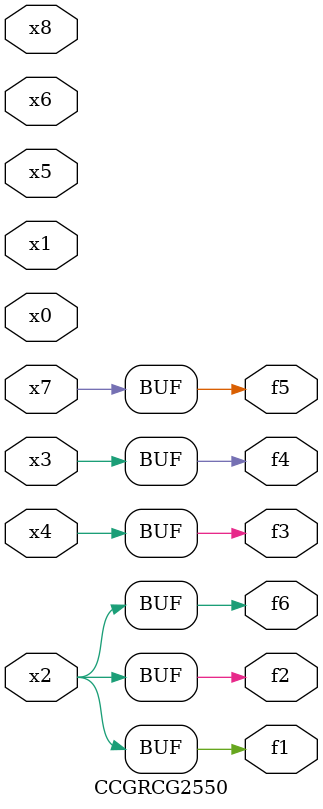
<source format=v>
module CCGRCG2550(
	input x0, x1, x2, x3, x4, x5, x6, x7, x8,
	output f1, f2, f3, f4, f5, f6
);
	assign f1 = x2;
	assign f2 = x2;
	assign f3 = x4;
	assign f4 = x3;
	assign f5 = x7;
	assign f6 = x2;
endmodule

</source>
